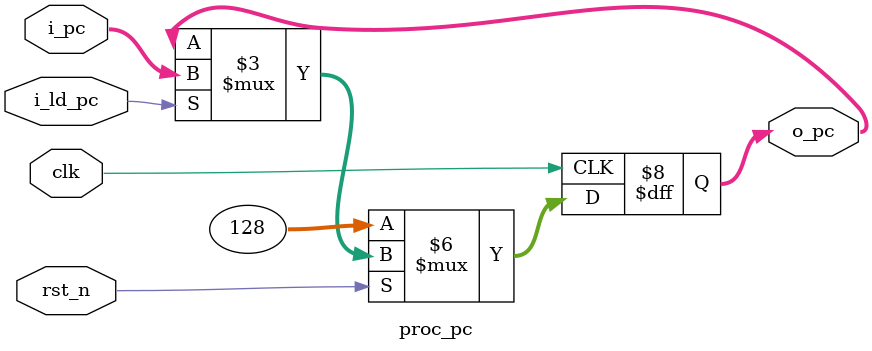
<source format=v>
module proc_pc #(
	parameter PC_START   = 128,
	parameter DATA_WIDTH = 32
) (
	input                       clk    , // Clock
	input                       rst_n  , // Asynchronous reset active low
	input                       i_ld_pc,
	input      [DATA_WIDTH-1:0] i_pc   ,
	output reg [DATA_WIDTH-1:0] o_pc
);

// program counter logic here. Initially set to offset value
	always@(posedge  clk) begin
		if(!rst_n) begin
			o_pc <= PC_START;
		end
		else begin
			if (i_ld_pc) begin
				o_pc <= i_pc;
			end
		end
	end
endmodule : proc_pc
</source>
